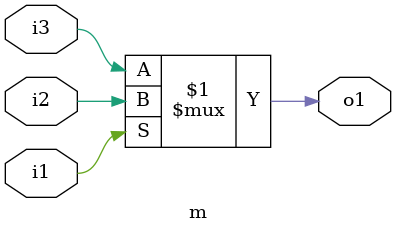
<source format=v>
 module _synth_13 (
    input i1,
    input i2,
    input i3,
    input i4,
    input i5,
    input [1 : 0] i6,
    output o1
 );
 wire m7;
 wire m1;
 wire m2;
 wire m3;
 wire m4;
 wire m5;
 wire m6;
 m_5 inst_1(.i1(m3),
           .i2(m4),
           .o1(m1));
 m_4 inst_2(.i1(i6[1:0]),
           .o1(m2));
 m_3 inst_3(.i1(i6[1]),
           .o1(m3));
 m_2 inst_4(.i1(i4),
           .i2(i2),
           .o1(m6));
 m_2 inst_5(.i1(i5),
           .i2(i3),
           .o1(m5));
 m_2 inst_6(.i1(m6),
           .i2(m5),
           .o1(m4));
 m_1 inst_7(.i1(m7),
           .i2(i1),
           .o1(o1));
 m inst_8(.i1(m2),
         .i2(m5),
         .i3(m1),
         .o1(m7));
 endmodule

 module m_5 (
    input i1,
    input i2,
    output o1
 );
 assign o1 = i1 & i2;
 endmodule

 module m_4 (
    input [1 : 0] i1,
    output o1
 );
 assign o1 = i1[1:0] == 2'b11;
 endmodule

 module m_3 (
    input i1,
    output o1
 );
 assign o1 = ~(i1);
 endmodule

 module m_2 (
    input i1,
    input i2,
    output o1
 );
 assign o1 = i1 | i2;
 endmodule

 module m_1 (
    input wire i2,
    input wire i1,
    output reg o1
 );
 always @(posedge i2) o1 <= i1;
 endmodule

 module m (
    input i1,
    input i2,
    input i3,
    output o1
 );
 assign o1 = i1 ? i2 : i3;
 endmodule


</source>
